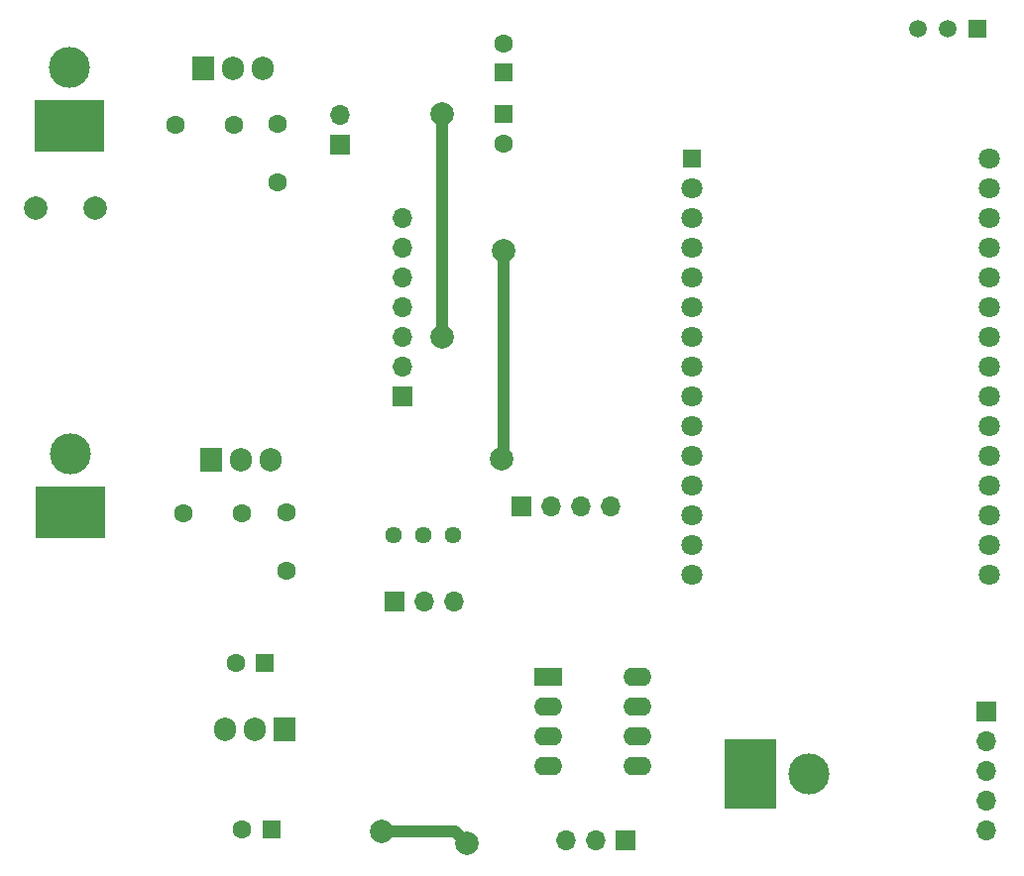
<source format=gbr>
%TF.GenerationSoftware,KiCad,Pcbnew,(5.1.9)-1*%
%TF.CreationDate,2021-03-07T20:13:41+01:00*%
%TF.ProjectId,FunctionGeneratorDDS,46756e63-7469-46f6-9e47-656e65726174,rev?*%
%TF.SameCoordinates,Original*%
%TF.FileFunction,Copper,L1,Top*%
%TF.FilePolarity,Positive*%
%FSLAX46Y46*%
G04 Gerber Fmt 4.6, Leading zero omitted, Abs format (unit mm)*
G04 Created by KiCad (PCBNEW (5.1.9)-1) date 2021-03-07 20:13:41*
%MOMM*%
%LPD*%
G01*
G04 APERTURE LIST*
%TA.AperFunction,ComponentPad*%
%ADD10R,1.500000X1.500000*%
%TD*%
%TA.AperFunction,ComponentPad*%
%ADD11C,1.500000*%
%TD*%
%TA.AperFunction,ComponentPad*%
%ADD12O,1.700000X1.700000*%
%TD*%
%TA.AperFunction,ComponentPad*%
%ADD13R,1.700000X1.700000*%
%TD*%
%TA.AperFunction,ComponentPad*%
%ADD14C,2.000000*%
%TD*%
%TA.AperFunction,ComponentPad*%
%ADD15O,2.400000X1.600000*%
%TD*%
%TA.AperFunction,ComponentPad*%
%ADD16R,2.400000X1.600000*%
%TD*%
%TA.AperFunction,ComponentPad*%
%ADD17C,1.800000*%
%TD*%
%TA.AperFunction,ComponentPad*%
%ADD18R,1.524000X1.524000*%
%TD*%
%TA.AperFunction,ComponentPad*%
%ADD19O,1.905000X2.000000*%
%TD*%
%TA.AperFunction,ComponentPad*%
%ADD20R,1.905000X2.000000*%
%TD*%
%TA.AperFunction,ComponentPad*%
%ADD21C,1.440000*%
%TD*%
%TA.AperFunction,ComponentPad*%
%ADD22C,3.500000*%
%TD*%
%TA.AperFunction,ComponentPad*%
%ADD23R,4.500000X6.000000*%
%TD*%
%TA.AperFunction,ComponentPad*%
%ADD24R,6.000000X4.500000*%
%TD*%
%TA.AperFunction,ComponentPad*%
%ADD25C,1.600000*%
%TD*%
%TA.AperFunction,ComponentPad*%
%ADD26R,1.600000X1.600000*%
%TD*%
%TA.AperFunction,ViaPad*%
%ADD27C,2.000000*%
%TD*%
%TA.AperFunction,Conductor*%
%ADD28C,1.000000*%
%TD*%
G04 APERTURE END LIST*
D10*
%TO.P,U7,1*%
%TO.N,Net-(U5-Pad16)*%
X140167360Y-63294260D03*
D11*
%TO.P,U7,3*%
%TO.N,GND*%
X135087360Y-63294260D03*
%TO.P,U7,2*%
%TO.N,Net-(C10-Pad1)*%
X137627360Y-63294260D03*
%TD*%
D12*
%TO.P,D1,2*%
%TO.N,Net-(C1-Pad1)*%
X85758020Y-70672960D03*
D13*
%TO.P,D1,1*%
%TO.N,Net-(D1-Pad1)*%
X85758020Y-73212960D03*
%TD*%
D14*
%TO.P,F1,2*%
%TO.N,Net-(F1-Pad2)*%
X59776360Y-78572520D03*
%TO.P,F1,1*%
%TO.N,GND*%
X64856360Y-78582520D03*
%TD*%
D15*
%TO.P,U6,8*%
%TO.N,Net-(U6-Pad8)*%
X111135160Y-118630700D03*
%TO.P,U6,4*%
%TO.N,Net-(C8-Pad2)*%
X103515160Y-126250700D03*
%TO.P,U6,7*%
%TO.N,Net-(C2-Pad1)*%
X111135160Y-121170700D03*
%TO.P,U6,3*%
%TO.N,Net-(RV2-Pad2)*%
X103515160Y-123710700D03*
%TO.P,U6,6*%
%TO.N,Net-(J3-Pad1)*%
X111135160Y-123710700D03*
%TO.P,U6,2*%
%TO.N,Net-(RV1-Pad2)*%
X103515160Y-121170700D03*
%TO.P,U6,5*%
%TO.N,Net-(U6-Pad5)*%
X111135160Y-126250700D03*
D16*
%TO.P,U6,1*%
%TO.N,Net-(U6-Pad1)*%
X103515160Y-118630700D03*
%TD*%
D17*
%TO.P,U5,30*%
%TO.N,Net-(U5-Pad30)*%
X141185900Y-74378820D03*
%TO.P,U5,29*%
%TO.N,Net-(U5-Pad29)*%
X141185900Y-76918820D03*
%TO.P,U5,28*%
%TO.N,Net-(U5-Pad28)*%
X141185900Y-79458820D03*
%TO.P,U5,27*%
%TO.N,Net-(U5-Pad27)*%
X141185900Y-81998820D03*
%TO.P,U5,26*%
%TO.N,Net-(U5-Pad26)*%
X141185900Y-84538820D03*
%TO.P,U5,25*%
%TO.N,Net-(J5-Pad5)*%
X141185900Y-87078820D03*
%TO.P,U5,24*%
%TO.N,Net-(J5-Pad4)*%
X141185900Y-89618820D03*
%TO.P,U5,23*%
%TO.N,Net-(J5-Pad3)*%
X141185900Y-92158820D03*
%TO.P,U5,22*%
%TO.N,Net-(U5-Pad22)*%
X141185900Y-94698820D03*
%TO.P,U5,21*%
%TO.N,Net-(U5-Pad21)*%
X141185900Y-97238820D03*
%TO.P,U5,20*%
%TO.N,Net-(U5-Pad20)*%
X141185900Y-99778820D03*
%TO.P,U5,19*%
%TO.N,Net-(U5-Pad19)*%
X141185900Y-102318820D03*
%TO.P,U5,18*%
%TO.N,Net-(U5-Pad18)*%
X141185900Y-104858820D03*
%TO.P,U5,17*%
%TO.N,Net-(U5-Pad17)*%
X141185900Y-107398820D03*
%TO.P,U5,16*%
%TO.N,Net-(U5-Pad16)*%
X141185900Y-109938820D03*
%TO.P,U5,15*%
%TO.N,Net-(J6-Pad3)*%
X115785900Y-109938820D03*
%TO.P,U5,14*%
%TO.N,Net-(J4-Pad3)*%
X115785900Y-107398820D03*
%TO.P,U5,13*%
%TO.N,Net-(U5-Pad13)*%
X115785900Y-104858820D03*
%TO.P,U5,12*%
%TO.N,Net-(U5-Pad12)*%
X115785900Y-102318820D03*
%TO.P,U5,11*%
%TO.N,Net-(J4-Pad4)*%
X115785900Y-99778820D03*
%TO.P,U5,10*%
%TO.N,Net-(U5-Pad10)*%
X115785900Y-97238820D03*
%TO.P,U5,9*%
%TO.N,Net-(J6-Pad4)*%
X115785900Y-94698820D03*
%TO.P,U5,8*%
%TO.N,Net-(J6-Pad5)*%
X115785900Y-92158820D03*
%TO.P,U5,7*%
%TO.N,Net-(U5-Pad7)*%
X115785900Y-89618820D03*
%TO.P,U5,6*%
%TO.N,Net-(U5-Pad6)*%
X115785900Y-87078820D03*
%TO.P,U5,5*%
%TO.N,Net-(U5-Pad5)*%
X115785900Y-84538820D03*
%TO.P,U5,4*%
%TO.N,Net-(U5-Pad4)*%
X115785900Y-81998820D03*
%TO.P,U5,3*%
%TO.N,Net-(U5-Pad3)*%
X115785900Y-79458820D03*
%TO.P,U5,2*%
%TO.N,GND*%
X115785900Y-76918820D03*
D18*
%TO.P,U5,1*%
%TO.N,Net-(C10-Pad1)*%
X115785900Y-74378820D03*
%TD*%
D19*
%TO.P,U4,3*%
%TO.N,Net-(C8-Pad2)*%
X75895200Y-123131580D03*
%TO.P,U4,2*%
%TO.N,-15V*%
X78435200Y-123131580D03*
D20*
%TO.P,U4,1*%
%TO.N,GND*%
X80975200Y-123131580D03*
%TD*%
D19*
%TO.P,U3,3*%
%TO.N,Net-(C2-Pad1)*%
X79804260Y-100096320D03*
%TO.P,U3,2*%
%TO.N,GND*%
X77264260Y-100096320D03*
D20*
%TO.P,U3,1*%
%TO.N,+15V*%
X74724260Y-100096320D03*
%TD*%
D19*
%TO.P,U2,3*%
%TO.N,Net-(C1-Pad1)*%
X79121000Y-66626740D03*
%TO.P,U2,2*%
%TO.N,GND*%
X76581000Y-66626740D03*
D20*
%TO.P,U2,1*%
%TO.N,Net-(C2-Pad1)*%
X74041000Y-66626740D03*
%TD*%
D12*
%TO.P,RV3,3*%
%TO.N,Net-(J3-Pad1)*%
X95470980Y-112229900D03*
%TO.P,RV3,2*%
X92930980Y-112229900D03*
D13*
%TO.P,RV3,1*%
%TO.N,Net-(RV1-Pad2)*%
X90390980Y-112229900D03*
%TD*%
D12*
%TO.P,RV2,3*%
%TO.N,Net-(C8-Pad2)*%
X105031540Y-132631180D03*
%TO.P,RV2,2*%
%TO.N,Net-(RV2-Pad2)*%
X107571540Y-132631180D03*
D13*
%TO.P,RV2,1*%
%TO.N,Net-(C2-Pad1)*%
X110111540Y-132631180D03*
%TD*%
D21*
%TO.P,RV1,3*%
%TO.N,Net-(RV1-Pad2)*%
X90345260Y-106558080D03*
%TO.P,RV1,2*%
X92885260Y-106558080D03*
%TO.P,RV1,1*%
%TO.N,Net-(J6-Pad7)*%
X95425260Y-106558080D03*
%TD*%
D12*
%TO.P,J6,7*%
%TO.N,Net-(J6-Pad7)*%
X91028520Y-79420720D03*
%TO.P,J6,6*%
%TO.N,Net-(J6-Pad6)*%
X91028520Y-81960720D03*
%TO.P,J6,5*%
%TO.N,Net-(J6-Pad5)*%
X91028520Y-84500720D03*
%TO.P,J6,4*%
%TO.N,Net-(J6-Pad4)*%
X91028520Y-87040720D03*
%TO.P,J6,3*%
%TO.N,Net-(J6-Pad3)*%
X91028520Y-89580720D03*
%TO.P,J6,2*%
%TO.N,GND*%
X91028520Y-92120720D03*
D13*
%TO.P,J6,1*%
%TO.N,Net-(C10-Pad1)*%
X91028520Y-94660720D03*
%TD*%
D12*
%TO.P,J5,5*%
%TO.N,Net-(J5-Pad5)*%
X140942060Y-131752340D03*
%TO.P,J5,4*%
%TO.N,Net-(J5-Pad4)*%
X140942060Y-129212340D03*
%TO.P,J5,3*%
%TO.N,Net-(J5-Pad3)*%
X140942060Y-126672340D03*
%TO.P,J5,2*%
%TO.N,Net-(C10-Pad1)*%
X140942060Y-124132340D03*
D13*
%TO.P,J5,1*%
%TO.N,GND*%
X140942060Y-121592340D03*
%TD*%
D12*
%TO.P,J4,4*%
%TO.N,Net-(J4-Pad4)*%
X108866940Y-104096820D03*
%TO.P,J4,3*%
%TO.N,Net-(J4-Pad3)*%
X106326940Y-104096820D03*
%TO.P,J4,2*%
%TO.N,Net-(C10-Pad1)*%
X103786940Y-104096820D03*
D13*
%TO.P,J4,1*%
%TO.N,GND*%
X101246940Y-104096820D03*
%TD*%
D22*
%TO.P,J3,2*%
%TO.N,GND*%
X125749060Y-126977140D03*
D23*
%TO.P,J3,1*%
%TO.N,Net-(J3-Pad1)*%
X120749060Y-126977140D03*
%TD*%
D22*
%TO.P,J2,2*%
%TO.N,Net-(F1-Pad2)*%
X62613540Y-66592440D03*
D24*
%TO.P,J2,1*%
%TO.N,Net-(J2-Pad1)*%
X62613540Y-71592440D03*
%TD*%
D22*
%TO.P,J1,2*%
%TO.N,-15V*%
X62692280Y-99612440D03*
D24*
%TO.P,J1,1*%
%TO.N,+15V*%
X62692280Y-104612440D03*
%TD*%
D25*
%TO.P,C8,2*%
%TO.N,Net-(C8-Pad2)*%
X77372840Y-131721860D03*
D26*
%TO.P,C8,1*%
%TO.N,GND*%
X79872840Y-131721860D03*
%TD*%
D25*
%TO.P,C7,2*%
%TO.N,GND*%
X81132680Y-109612440D03*
%TO.P,C7,1*%
%TO.N,Net-(C2-Pad1)*%
X81132680Y-104612440D03*
%TD*%
%TO.P,C6,2*%
%TO.N,GND*%
X80424020Y-76434960D03*
%TO.P,C6,1*%
%TO.N,Net-(C1-Pad1)*%
X80424020Y-71434960D03*
%TD*%
%TO.P,C5,2*%
%TO.N,GND*%
X99722940Y-73086600D03*
D26*
%TO.P,C5,1*%
%TO.N,Net-(C10-Pad1)*%
X99722940Y-70586600D03*
%TD*%
D25*
%TO.P,C4,2*%
%TO.N,-15V*%
X76819120Y-117457220D03*
D26*
%TO.P,C4,1*%
%TO.N,GND*%
X79319120Y-117457220D03*
%TD*%
D25*
%TO.P,C3,2*%
%TO.N,GND*%
X77384920Y-104691180D03*
%TO.P,C3,1*%
%TO.N,+15V*%
X72384920Y-104691180D03*
%TD*%
%TO.P,C2,2*%
%TO.N,GND*%
X76676260Y-71513700D03*
%TO.P,C2,1*%
%TO.N,Net-(C2-Pad1)*%
X71676260Y-71513700D03*
%TD*%
%TO.P,C1,2*%
%TO.N,GND*%
X99722940Y-64538220D03*
D26*
%TO.P,C1,1*%
%TO.N,Net-(C1-Pad1)*%
X99722940Y-67038220D03*
%TD*%
D27*
%TO.N,GND*%
X99712780Y-82235040D03*
X99509580Y-100015040D03*
%TO.N,Net-(C10-Pad1)*%
X94421960Y-70586600D03*
X94482920Y-89565480D03*
%TO.N,Net-(C2-Pad1)*%
X89303860Y-131838700D03*
X96573340Y-132877560D03*
%TD*%
D28*
%TO.N,GND*%
X99712780Y-99811840D02*
X99509580Y-100015040D01*
X99712780Y-82235040D02*
X99712780Y-99811840D01*
%TO.N,Net-(C10-Pad1)*%
X94421960Y-89504520D02*
X94482920Y-89565480D01*
X94421960Y-70586600D02*
X94421960Y-89504520D01*
%TO.N,Net-(C2-Pad1)*%
X95534480Y-131838700D02*
X96573340Y-132877560D01*
X89303860Y-131838700D02*
X95534480Y-131838700D01*
%TD*%
M02*

</source>
